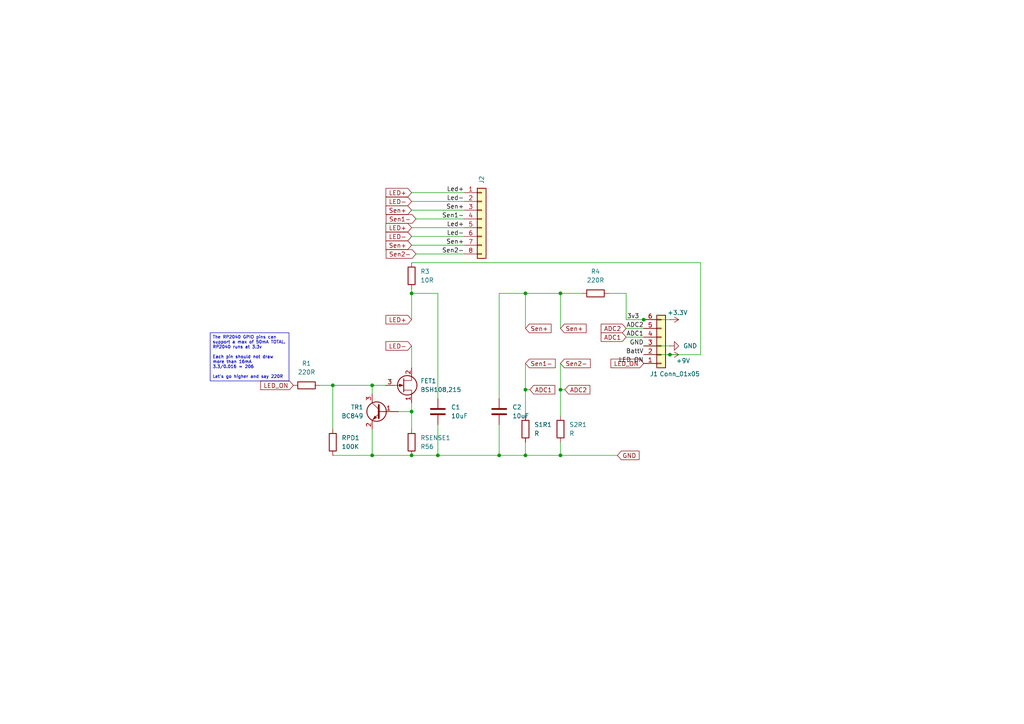
<source format=kicad_sch>
(kicad_sch (version 20231120) (generator "eeschema") (generator_version "8.0")
  (paper "A4")
  (title_block (title "Mouse SMD Sensor Board") (date "2024-12-19") (rev "${version}") (company "Design of a sensor board for use with daughter sensor board") (comment 1 "This board can be mounted where space allows rather than needing to be near the sensors"))
  (lib_symbols
    (symbol "Connector_Generic:Conn_01x06" (pin_names (offset 1.016) hide)
      (property "Reference" "J" (at 0 7.62 0))
      (property "Value" "Conn_01x06" (at 0 -10.16 0))
      (symbol "Conn_01x06_1_1"
        (rectangle (start -1.27 -7.493) (end 0 -7.747) (stroke (width 0.1524)))
        (rectangle (start -1.27 -4.953) (end 0 -5.207) (stroke (width 0.1524)))
        (rectangle (start -1.27 -2.413) (end 0 -2.667) (stroke (width 0.1524)))
        (rectangle (start -1.27 0.127) (end 0 -0.127) (stroke (width 0.1524)))
        (rectangle (start -1.27 2.667) (end 0 2.413) (stroke (width 0.1524)))
        (rectangle (start -1.27 5.207) (end 0 4.953) (stroke (width 0.1524)))
        (rectangle (start -1.27 6.35) (end 1.27 -8.89) (stroke (width 0.254)) (fill (type background)))
        (pin passive line (at -5.08 5.08 0) (length 3.81) (name "Pin_1") (number "1"))
        (pin passive line (at -5.08 2.54 0) (length 3.81) (name "Pin_2") (number "2"))
        (pin passive line (at -5.08 0 0) (length 3.81) (name "Pin_3") (number "3"))
        (pin passive line (at -5.08 -2.54 0) (length 3.81) (name "Pin_4") (number "4"))
        (pin passive line (at -5.08 -5.08 0) (length 3.81) (name "Pin_5") (number "5"))
        (pin passive line (at -5.08 -7.62 0) (length 3.81) (name "Pin_6") (number "6"))
      )
    )
    (symbol "Connector_Generic:Conn_01x08" (pin_names (offset 1.016) hide)
      (property "Reference" "J" (at 0 10.16 0))
      (property "Value" "Conn_01x08" (at 0 -12.7 0))
      (symbol "Conn_01x08_1_1"
        (rectangle (start -1.27 -10.033) (end 0 -10.287) (stroke (width 0.1524)))
        (rectangle (start -1.27 -7.493) (end 0 -7.747) (stroke (width 0.1524)))
        (rectangle (start -1.27 -4.953) (end 0 -5.207) (stroke (width 0.1524)))
        (rectangle (start -1.27 -2.413) (end 0 -2.667) (stroke (width 0.1524)))
        (rectangle (start -1.27 0.127) (end 0 -0.127) (stroke (width 0.1524)))
        (rectangle (start -1.27 2.667) (end 0 2.413) (stroke (width 0.1524)))
        (rectangle (start -1.27 5.207) (end 0 4.953) (stroke (width 0.1524)))
        (rectangle (start -1.27 7.747) (end 0 7.493) (stroke (width 0.1524)))
        (rectangle (start -1.27 8.89) (end 1.27 -11.43) (stroke (width 0.254)) (fill (type background)))
        (pin passive line (at -5.08 7.62 0) (length 3.81) (name "Pin_1") (number "1"))
        (pin passive line (at -5.08 5.08 0) (length 3.81) (name "Pin_2") (number "2"))
        (pin passive line (at -5.08 2.54 0) (length 3.81) (name "Pin_3") (number "3"))
        (pin passive line (at -5.08 0 0) (length 3.81) (name "Pin_4") (number "4"))
        (pin passive line (at -5.08 -2.54 0) (length 3.81) (name "Pin_5") (number "5"))
        (pin passive line (at -5.08 -5.08 0) (length 3.81) (name "Pin_6") (number "6"))
        (pin passive line (at -5.08 -7.62 0) (length 3.81) (name "Pin_7") (number "7"))
        (pin passive line (at -5.08 -10.16 0) (length 3.81) (name "Pin_8") (number "8"))
      )
    )
    (symbol "Device:C" (pin_numbers hide) (pin_names (offset 0.254))
      (property "Reference" "C" (at 0.635 2.54 0))
      (property "Value" "C" (at 0.635 -2.54 0))
      (symbol "C_0_1"
        (polyline (pts (xy -2.032 -0.762) (xy 2.032 -0.762)) (stroke (width 0.508)))
        (polyline (pts (xy -2.032 0.762) (xy 2.032 0.762)) (stroke (width 0.508)))
      )
      (symbol "C_1_1"
        (pin passive line (at 0 3.81 270) (length 2.794) (name "~") (number "1"))
        (pin passive line (at 0 -3.81 90) (length 2.794) (name "~") (number "2"))
      )
    )
    (symbol "Device:R" (pin_numbers hide) (pin_names (offset 0))
      (property "Reference" "R" (at 2.032 0 90))
      (property "Value" "R" (at 0 0 90))
      (symbol "R_0_1"
        (rectangle (start -1.016 -2.54) (end 1.016 2.54) (stroke (width 0.254)))
      )
      (symbol "R_1_1"
        (pin passive line (at 0 3.81 270) (length 1.27) (name "~") (number "1"))
        (pin passive line (at 0 -3.81 90) (length 1.27) (name "~") (number "2"))
      )
    )
    (symbol "Transistor_BJT:BC849" (pin_names (offset 0) hide)
      (property "Reference" "Q" (at 5.08 1.905 0))
      (property "Value" "BC849" (at 5.08 0 0))
      (symbol "BC849_0_1"
        (polyline (pts (xy 0.635 0.635) (xy 2.54 2.54)))
        (polyline (pts (xy 0.635 -0.635) (xy 2.54 -2.54) (xy 2.54 -2.54)))
        (polyline (pts (xy 0.635 1.905) (xy 0.635 -1.905) (xy 0.635 -1.905)) (stroke (width 0.508)))
        (polyline (pts (xy 1.27 -1.778) (xy 1.778 -1.27) (xy 2.286 -2.286) (xy 1.27 -1.778) (xy 1.27 -1.778)) (fill (type outline)))
        (circle (center 1.27 0) (radius 2.8194) (stroke (width 0.254)))
      )
      (symbol "BC849_1_1"
        (pin input line (at -5.08 0 0) (length 5.715) (name "B") (number "1"))
        (pin passive line (at 2.54 -5.08 90) (length 2.54) (name "E") (number "2"))
        (pin passive line (at 2.54 5.08 270) (length 2.54) (name "C") (number "3"))
      )
    )
    (symbol "Transistor_FET:BF545A" (pin_names hide)
      (property "Reference" "Q" (at 5.08 1.905 0))
      (property "Value" "BF545A" (at 5.08 0 0))
      (symbol "BF545A_0_1"
        (polyline (pts (xy 0.254 0) (xy -2.54 0)))
        (polyline (pts (xy 0.254 1.905) (xy 0.254 -1.905)) (stroke (width 0.254)))
        (polyline (pts (xy 2.54 -2.54) (xy 2.54 -1.397) (xy 0.254 -1.397)))
        (polyline (pts (xy 2.54 2.54) (xy 2.54 1.397) (xy 0.254 1.397)))
        (polyline (pts (xy 0 0) (xy -1.016 0.381) (xy -1.016 -0.381) (xy 0 0)) (fill (type outline)))
        (circle (center 1.27 0) (radius 2.8194) (stroke (width 0.254)))
      )
      (symbol "BF545A_1_1"
        (pin passive line (at 2.54 -5.08 90) (length 2.54) (name "S") (number "1"))
        (pin passive line (at 2.54 5.08 270) (length 2.54) (name "D") (number "2"))
        (pin input line (at -5.08 0 0) (length 2.54) (name "G") (number "3"))
      )
    )
    (symbol "power:+3.3V" (power) (pin_numbers hide) (pin_names (offset 0) hide)
      (property "Value" "+3.3V" (at 0 3.556 0))
      (symbol "+3.3V_0_1"
        (polyline (pts (xy -0.762 1.27) (xy 0 2.54)))
        (polyline (pts (xy 0 0) (xy 0 2.54)))
        (polyline (pts (xy 0 2.54) (xy 0.762 1.27)))
      )
      (symbol "+3.3V_1_1"
        (pin power_in line (at 0 0 90) (length 0) (name "~") (number "1"))
      )
    )
    (symbol "power:+9V" (power) (pin_numbers hide) (pin_names (offset 0) hide)
      (property "Value" "+9V" (at 0 3.556 0))
      (symbol "+9V_0_1"
        (polyline (pts (xy -0.762 1.27) (xy 0 2.54)))
        (polyline (pts (xy 0 0) (xy 0 2.54)))
        (polyline (pts (xy 0 2.54) (xy 0.762 1.27)))
      )
      (symbol "+9V_1_1"
        (pin power_in line (at 0 0 90) (length 0) (name "~") (number "1"))
      )
    )
    (symbol "power:GND" (power) (pin_numbers hide) (pin_names (offset 0) hide)
      (property "Value" "GND" (at 0 -3.81 0))
      (symbol "GND_0_1"
        (polyline (pts (xy 0 0) (xy 0 -1.27) (xy 1.27 -1.27) (xy 0 -2.54) (xy -1.27 -1.27) (xy 0 -1.27)))
      )
      (symbol "GND_1_1"
        (pin power_in line (at 0 0 270) (length 0) (name "~") (number "1"))
      )
    )
  )
  (junction (at 162.56 85.09))
  (junction (at 119.38 85.09))
  (junction (at 107.95 111.76))
  (junction (at 96.52 111.76))
  (junction (at 119.38 132.08))
  (junction (at 119.38 119.38))
  (junction (at 186.69 92.71))
  (junction (at 107.95 132.08))
  (junction (at 162.56 113.03))
  (junction (at 127 132.08))
  (junction (at 144.78 132.08))
  (junction (at 152.4 132.08))
  (junction (at 162.56 132.08))
  (junction (at 152.4 85.09))
  (junction (at 152.4 113.03))
  (junction (at 194.31 102.87))
  (wire (pts (xy 152.4 85.09) (xy 152.4 95.25)))
  (wire (pts (xy 127 132.08) (xy 144.78 132.08)))
  (wire (pts (xy 107.95 132.08) (xy 119.38 132.08)))
  (wire (pts (xy 119.38 116.84) (xy 119.38 119.38)))
  (wire (pts (xy 162.56 85.09) (xy 168.91 85.09)))
  (wire (pts (xy 120.65 73.66) (xy 134.62 73.66)))
  (wire (pts (xy 186.69 102.87) (xy 194.31 102.87)))
  (wire (pts (xy 115.57 119.38) (xy 119.38 119.38)))
  (wire (pts (xy 119.38 71.12) (xy 134.62 71.12)))
  (wire (pts (xy 162.56 113.03) (xy 162.56 120.65)))
  (wire (pts (xy 144.78 123.19) (xy 144.78 132.08)))
  (wire (pts (xy 181.61 95.25) (xy 186.69 95.25)))
  (wire (pts (xy 127 123.19) (xy 127 132.08)))
  (wire (pts (xy 119.38 119.38) (xy 119.38 124.46)))
  (wire (pts (xy 107.95 124.46) (xy 107.95 132.08)))
  (wire (pts (xy 120.65 63.5) (xy 134.62 63.5)))
  (wire (pts (xy 144.78 132.08) (xy 152.4 132.08)))
  (wire (pts (xy 119.38 85.09) (xy 127 85.09)))
  (wire (pts (xy 181.61 97.79) (xy 186.69 97.79)))
  (wire (pts (xy 162.56 85.09) (xy 162.56 95.25)))
  (wire (pts (xy 162.56 105.41) (xy 162.56 113.03)))
  (wire (pts (xy 119.38 85.09) (xy 119.38 92.71)))
  (wire (pts (xy 119.38 58.42) (xy 134.62 58.42)))
  (wire (pts (xy 203.2 102.87) (xy 203.2 76.2)))
  (wire (pts (xy 107.95 111.76) (xy 111.76 111.76)))
  (wire (pts (xy 176.53 85.09) (xy 181.61 85.09)))
  (wire (pts (xy 181.61 92.71) (xy 186.69 92.71)))
  (wire (pts (xy 152.4 105.41) (xy 152.4 113.03)))
  (wire (pts (xy 152.4 113.03) (xy 153.67 113.03)))
  (wire (pts (xy 181.61 92.71) (xy 181.61 85.09)))
  (wire (pts (xy 96.52 111.76) (xy 96.52 124.46)))
  (wire (pts (xy 119.38 66.04) (xy 134.62 66.04)))
  (wire (pts (xy 186.69 92.71) (xy 194.31 92.71)))
  (wire (pts (xy 144.78 85.09) (xy 144.78 115.57)))
  (wire (pts (xy 152.4 85.09) (xy 162.56 85.09)))
  (wire (pts (xy 119.38 83.82) (xy 119.38 85.09)))
  (wire (pts (xy 92.71 111.76) (xy 96.52 111.76)))
  (wire (pts (xy 96.52 111.76) (xy 107.95 111.76)))
  (wire (pts (xy 119.38 100.33) (xy 119.38 106.68)))
  (wire (pts (xy 152.4 132.08) (xy 162.56 132.08)))
  (wire (pts (xy 119.38 132.08) (xy 127 132.08)))
  (wire (pts (xy 127 85.09) (xy 127 115.57)))
  (wire (pts (xy 119.38 68.58) (xy 134.62 68.58)))
  (wire (pts (xy 152.4 128.27) (xy 152.4 132.08)))
  (wire (pts (xy 119.38 55.88) (xy 134.62 55.88)))
  (wire (pts (xy 107.95 111.76) (xy 107.95 114.3)))
  (wire (pts (xy 162.56 128.27) (xy 162.56 132.08)))
  (wire (pts (xy 163.83 113.03) (xy 162.56 113.03)))
  (wire (pts (xy 186.69 100.33) (xy 194.31 100.33)))
  (wire (pts (xy 162.56 132.08) (xy 179.07 132.08)))
  (wire (pts (xy 96.52 132.08) (xy 107.95 132.08)))
  (wire (pts (xy 119.38 76.2) (xy 203.2 76.2)))
  (wire (pts (xy 119.38 60.96) (xy 134.62 60.96)))
  (wire (pts (xy 152.4 113.03) (xy 152.4 120.65)))
  (wire (pts (xy 194.31 102.87) (xy 203.2 102.87)))
  (wire (pts (xy 144.78 85.09) (xy 152.4 85.09)))
  (text_box "The RP2040 GPIO pins can support a max of 50mA TOTAL. RP2040 runs at 3.3v\n\nEach pin should not draw more than 16mA\n3.3/0.016 = 206\n\nLet's go higher and say 220R" (at 60.96 96.52 0) (size 22.86 13.97) (effects (font (size 0.889 0.889)) (justify left top)))
  (label "GND" (at 186.69 100.33 180))
  (label "LED ON" (at 186.69 105.41 180))
  (label "ADC2" (at 186.69 95.25 180))
  (label "Sen1-" (at 134.62 63.5 180))
  (label "Led-" (at 134.62 58.42 180))
  (label "3v3" (at 185.42 92.71 180))
  (label "Led+" (at 134.62 66.04 180))
  (label "ADC1" (at 186.69 97.79 180))
  (label "BattV" (at 186.69 102.87 180))
  (label "Sen+" (at 134.62 60.96 180))
  (label "Led+" (at 134.62 55.88 180))
  (label "Sen+" (at 134.62 71.12 180))
  (label "Sen2-" (at 134.62 73.66 180))
  (label "Led-" (at 134.62 68.58 180))
  (global_label "LED_ON" (shape input) (at 85.09 111.76 180) (property "Intersheetrefs" "${INTERSHEET_REFS}" (effects (hide yes))))
  (global_label "ADC1" (shape input) (at 153.67 113.03 0) (property "Intersheetrefs" "${INTERSHEET_REFS}" (effects (hide yes))))
  (global_label "Sen+" (shape input) (at 152.4 95.25 0) (property "Intersheetrefs" "${INTERSHEET_REFS}" (effects (hide yes))))
  (global_label "ADC1" (shape input) (at 181.61 97.79 180) (property "Intersheetrefs" "${INTERSHEET_REFS}" (effects (hide yes))))
  (global_label "ADC2" (shape input) (at 163.83 113.03 0) (property "Intersheetrefs" "${INTERSHEET_REFS}" (effects (hide yes))))
  (global_label "GND" (shape input) (at 179.07 132.08 0) (property "Intersheetrefs" "${INTERSHEET_REFS}" (effects (hide yes))))
  (global_label "Sen+" (shape input) (at 119.38 71.12 180) (property "Intersheetrefs" "${INTERSHEET_REFS}" (effects (hide yes))))
  (global_label "Sen+" (shape input) (at 162.56 95.25 0) (property "Intersheetrefs" "${INTERSHEET_REFS}" (effects (hide yes))))
  (global_label "LED-" (shape input) (at 119.38 58.42 180) (property "Intersheetrefs" "${INTERSHEET_REFS}" (effects (hide yes))))
  (global_label "LED-" (shape input) (at 119.38 68.58 180) (property "Intersheetrefs" "${INTERSHEET_REFS}" (effects (hide yes))))
  (global_label "LED_ON" (shape input) (at 186.69 105.41 180) (property "Intersheetrefs" "${INTERSHEET_REFS}" (effects (hide yes))))
  (global_label "ADC2" (shape input) (at 181.61 95.25 180) (property "Intersheetrefs" "${INTERSHEET_REFS}" (effects (hide yes))))
  (global_label "Sen+" (shape input) (at 119.38 60.96 180) (property "Intersheetrefs" "${INTERSHEET_REFS}" (effects (hide yes))))
  (global_label "Sen1-" (shape input) (at 152.4 105.41 0) (property "Intersheetrefs" "${INTERSHEET_REFS}" (effects (hide yes))))
  (global_label "Sen2-" (shape input) (at 162.56 105.41 0) (property "Intersheetrefs" "${INTERSHEET_REFS}" (effects (hide yes))))
  (global_label "LED-" (shape input) (at 119.38 100.33 180) (property "Intersheetrefs" "${INTERSHEET_REFS}" (effects (hide yes))))
  (global_label "LED+" (shape input) (at 119.38 55.88 180) (property "Intersheetrefs" "${INTERSHEET_REFS}" (effects (hide yes))))
  (global_label "Sen1-" (shape input) (at 120.65 63.5 180) (property "Intersheetrefs" "${INTERSHEET_REFS}" (effects (hide yes))))
  (global_label "LED+" (shape input) (at 119.38 66.04 180) (property "Intersheetrefs" "${INTERSHEET_REFS}" (effects (hide yes))))
  (global_label "Sen2-" (shape input) (at 120.65 73.66 180) (property "Intersheetrefs" "${INTERSHEET_REFS}" (effects (hide yes))))
  (global_label "LED+" (shape input) (at 119.38 92.71 180) (property "Intersheetrefs" "${INTERSHEET_REFS}" (effects (hide yes))))
  (symbol (lib_id "power:+9V") (at 194.31 102.87 270) (unit 1)
    (property "Reference" "#PWR02" (effects (hide yes)))
    (property "Value" "+9V" (at 196.088 104.648 90) (effects (justify left)))
    (property "Description" "Power symbol creates a global label with name \"+9V\"" (effects (hide yes)))
  )
  (symbol (lib_id "Device:R") (at 96.52 128.27 0) (unit 1)
    (property "Reference" "RPD1" (at 99.06 126.9999 0) (effects (justify left)))
    (property "Value" "100K" (at 99.06 129.5399 0) (effects (justify left)))
    (property "Footprint" "Resistor_SMD:R_0805_2012Metric_Pad1.20x1.40mm_HandSolder" (effects (hide yes)))
    (property "Description" "Resistor" (effects (hide yes)))
  )
  (symbol (lib_id "Device:R") (at 152.4 124.46 0) (unit 1)
    (property "Reference" "S1R1" (at 154.94 123.1899 0) (effects (justify left)))
    (property "Value" "R" (at 154.94 125.7299 0) (effects (justify left)))
    (property "Footprint" "Resistor_SMD:R_0805_2012Metric_Pad1.20x1.40mm_HandSolder" (effects (hide yes)))
    (property "Description" "Resistor" (effects (hide yes)))
  )
  (symbol (lib_id "power:GND") (at 194.31 100.33 90) (unit 1)
    (property "Reference" "#PWR01" (effects (hide yes)))
    (property "Value" "GND" (at 198.12 100.3299 90) (effects (justify right)))
    (property "Description" "Power symbol creates a global label with name \"GND\" , ground" (effects (hide yes)))
  )
  (symbol (lib_id "power:+3.3V") (at 194.31 92.71 270) (unit 1)
    (property "Reference" "#PWR03" (effects (hide yes)))
    (property "Value" "+3.3V" (at 193.548 90.678 90) (effects (justify left)))
    (property "Description" "Power symbol creates a global label with name \"+3.3V\"" (effects (hide yes)))
  )
  (symbol (lib_id "Device:C") (at 127 119.38 0) (unit 1)
    (property "Reference" "C1" (at 130.81 118.1099 0) (effects (justify left)))
    (property "Value" "10uF" (at 130.81 120.6499 0) (effects (justify left)))
    (property "Footprint" "Capacitor_SMD:C_0805_2012Metric_Pad1.18x1.45mm_HandSolder" (effects (hide yes)))
    (property "Description" "Unpolarized capacitor" (effects (hide yes)))
  )
  (symbol (lib_id "Connector_Generic:Conn_01x08") (at 139.7 63.5 0) (unit 1)
    (property "Reference" "J2" (at 139.7001 53.34 90) (effects (justify left)))
    (property "Value" "Conn_01x08" (effects (hide yes)))
    (property "Footprint" "Connector_PinHeader_2.54mm:PinHeader_1x08_P2.54mm_Vertical" (effects (hide yes)))
    (property "Description" "Generic connector, single row, 01x08, script generated (kicad-library-utils/schlib/autogen/connector/)" (effects (hide yes)))
  )
  (symbol (lib_id "Device:R") (at 162.56 124.46 0) (unit 1)
    (property "Reference" "S2R1" (at 165.1 123.1899 0) (effects (justify left)))
    (property "Value" "R" (at 165.1 125.7299 0) (effects (justify left)))
    (property "Footprint" "Resistor_SMD:R_0805_2012Metric_Pad1.20x1.40mm_HandSolder" (effects (hide yes)))
    (property "Description" "Resistor" (effects (hide yes)))
  )
  (symbol (lib_id "Device:R") (at 119.38 128.27 0) (unit 1)
    (property "Reference" "RSENSE1" (at 121.92 126.9999 0) (effects (justify left)))
    (property "Value" "R56" (at 121.92 129.5399 0) (effects (justify left)))
    (property "Footprint" "Resistor_SMD:R_0805_2012Metric_Pad1.20x1.40mm_HandSolder" (effects (hide yes)))
    (property "Description" "Resistor" (effects (hide yes)))
  )
  (symbol (lib_id "Connector_Generic:Conn_01x06") (at 191.77 100.33 0) (mirror x) (unit 1)
    (property "Reference" "J1" (at 188.468 108.458 0) (effects (justify left)))
    (property "Value" "Conn_01x05" (at 191.262 108.458 0) (effects (justify left)))
    (property "Footprint" "Connector_PinHeader_2.54mm:PinHeader_1x06_P2.54mm_Vertical" (effects (hide yes)))
    (property "Description" "Generic connector, single row, 01x06, script generated (kicad-library-utils/schlib/autogen/connector/)" (effects (hide yes)))
  )
  (symbol (lib_id "Device:R") (at 88.9 111.76 90) (unit 1)
    (property "Reference" "R1" (at 88.9 105.41 90))
    (property "Value" "220R" (at 88.9 107.95 90))
    (property "Footprint" "Resistor_SMD:R_0805_2012Metric_Pad1.20x1.40mm_HandSolder" (effects (hide yes)))
    (property "Description" "Resistor" (effects (hide yes)))
  )
  (symbol (lib_id "Device:C") (at 144.78 119.38 0) (unit 1)
    (property "Reference" "C2" (at 148.59 118.1099 0) (effects (justify left)))
    (property "Value" "10uF" (at 148.59 120.6499 0) (effects (justify left)))
    (property "Footprint" "Capacitor_SMD:C_0805_2012Metric_Pad1.18x1.45mm_HandSolder" (effects (hide yes)))
    (property "Description" "Unpolarized capacitor" (effects (hide yes)))
  )
  (symbol (lib_id "Device:R") (at 119.38 80.01 0) (unit 1)
    (property "Reference" "R3" (at 121.92 78.7399 0) (effects (justify left)))
    (property "Value" "10R" (at 121.92 81.2799 0) (effects (justify left)))
    (property "Footprint" "Resistor_SMD:R_0805_2012Metric_Pad1.20x1.40mm_HandSolder" (effects (hide yes)))
    (property "Description" "Resistor" (effects (hide yes)))
  )
  (symbol (lib_id "Transistor_BJT:BC849") (at 110.49 119.38 0) (mirror y) (unit 1)
    (property "Reference" "TR1" (at 105.41 118.1099 0) (effects (justify left)))
    (property "Value" "BC849" (at 105.41 120.6499 0) (effects (justify left)))
    (property "Footprint" "Package_TO_SOT_SMD:SOT-23" (effects (hide yes)))
    (property "Datasheet" "http://www.infineon.com/dgdl/Infineon-BC847SERIES_BC848SERIES_BC849SERIES_BC850SERIES-DS-v01_01-en.pdf?fileId=db3a304314dca389011541d4630a1657" (effects (hide yes)))
    (property "Description" "0.1A Ic, 30V Vce, NPN Transistor, SOT-23" (effects (hide yes)))
  )
  (symbol (lib_id "Transistor_FET:BF545A") (at 116.84 111.76 0) (unit 1)
    (property "Reference" "FET1" (at 121.92 110.4899 0) (effects (justify left)))
    (property "Value" "BSH108,215" (at 121.92 113.0299 0) (effects (justify left)))
    (property "Footprint" "Package_TO_SOT_SMD:SOT-23" (effects (hide yes)))
    (property "Datasheet" "https://www.nxp.com/docs/en/data-sheet/BF545A_BF545B_BF545C.pdf" (effects (hide yes)))
    (property "Description" "5mA Idss, 30V Vgs, N-Channel JFET, SOT-23" (effects (hide yes)))
  )
  (symbol (lib_id "Device:R") (at 172.72 85.09 90) (unit 1)
    (property "Reference" "R4" (at 172.72 78.74 90))
    (property "Value" "220R" (at 172.72 81.28 90))
    (property "Footprint" "Resistor_SMD:R_0805_2012Metric_Pad1.20x1.40mm_HandSolder" (effects (hide yes)))
    (property "Description" "Resistor" (effects (hide yes)))
  )
)
</source>
